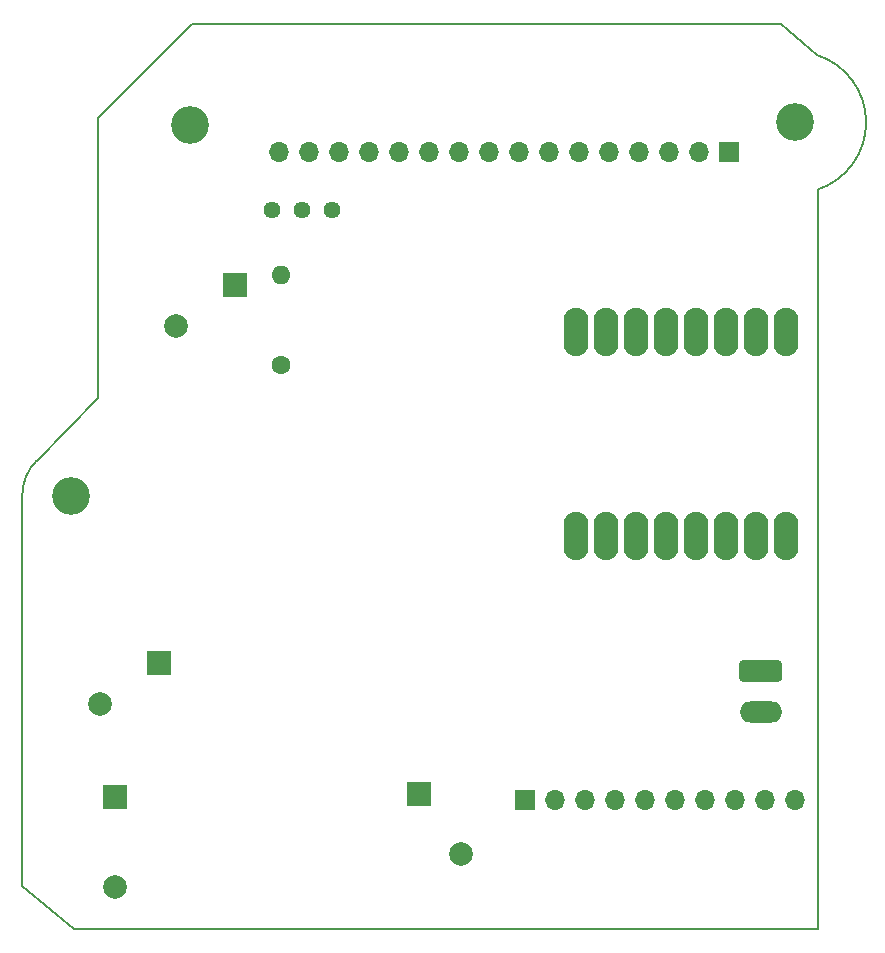
<source format=gbr>
G04 #@! TF.GenerationSoftware,KiCad,Pcbnew,8.0.8+1*
G04 #@! TF.ProjectId,airsoft_bomb_v2,61697273-6f66-4745-9f62-6f6d625f7632,rev?*
G04 #@! TF.SameCoordinates,Original*
G04 #@! TF.FileFunction,Soldermask,Top*
G04 #@! TF.FilePolarity,Negative*
%FSLAX46Y46*%
G04 Gerber Fmt 4.6, Leading zero omitted, Abs format (unit mm)*
%MOMM*%
%LPD*%
G01*
G04 APERTURE LIST*
G04 #@! TA.AperFunction,Profile*
%ADD10C,0.200000*%
G04 #@! TD*
%ADD11R,1.700000X1.700000*%
%ADD12O,1.700000X1.700000*%
%ADD13R,2.000000X2.000000*%
%ADD14C,2.000000*%
%ADD15C,3.200000*%
%ADD16C,1.600000*%
%ADD17O,1.600000X1.600000*%
%ADD18O,2.108200X4.108200*%
%ADD19C,1.440000*%
%ADD20O,3.600000X1.800000*%
G04 APERTURE END LIST*
D10*
X178890534Y-60866736D02*
X175878500Y-58216800D01*
X116027200Y-134823200D02*
X111607600Y-131216400D01*
X178890534Y-60866736D02*
G75*
G02*
X178943000Y-72262999I-1827134J-5706664D01*
G01*
X111607601Y-98145600D02*
G75*
G02*
X112827677Y-95200077I4165599J0D01*
G01*
X175878500Y-58216800D02*
X125984000Y-58216800D01*
X118059200Y-89916000D02*
X118061600Y-66240800D01*
X116027200Y-134823200D02*
X178943000Y-134874000D01*
X178943000Y-134874000D02*
X178943000Y-72263000D01*
X112827676Y-95200076D02*
X118059200Y-89916000D01*
X118061600Y-66240800D02*
X125984000Y-58216800D01*
X111607600Y-131216400D02*
X111607600Y-98145600D01*
D11*
X154140000Y-123975000D03*
D12*
X156680000Y-123975000D03*
X159220000Y-123975000D03*
X161760000Y-123975000D03*
X164300000Y-123975000D03*
X166840000Y-123975000D03*
X169380000Y-123975000D03*
X171920000Y-123975000D03*
X174460000Y-123975000D03*
X177000000Y-123975000D03*
D13*
X119481600Y-123708000D03*
D14*
X119481600Y-131308000D03*
D11*
X171470000Y-69075000D03*
D12*
X168930000Y-69075000D03*
X166390000Y-69075000D03*
X163850000Y-69075000D03*
X161310000Y-69075000D03*
X158770000Y-69075000D03*
X156230000Y-69075000D03*
X153690000Y-69075000D03*
X151150000Y-69075000D03*
X148610000Y-69075000D03*
X146070000Y-69075000D03*
X143530000Y-69075000D03*
X140990000Y-69075000D03*
X138450000Y-69075000D03*
X135910000Y-69075000D03*
X133370000Y-69075000D03*
D15*
X115773200Y-98196400D03*
D13*
X129604000Y-80301600D03*
D14*
X124604000Y-83801600D03*
D13*
X123211600Y-112324000D03*
D14*
X118211600Y-115824000D03*
D15*
X177063400Y-66573400D03*
D16*
X133553200Y-87122000D03*
D17*
X133553200Y-79502000D03*
D18*
X158490000Y-84344000D03*
X161030000Y-84344000D03*
X163570000Y-84344000D03*
X166110000Y-84344000D03*
X171190000Y-84344000D03*
X168650000Y-84344000D03*
X176270000Y-101584000D03*
X176270000Y-84344000D03*
X173730000Y-101584000D03*
X171190000Y-101584000D03*
X168650000Y-101584000D03*
X166110000Y-101584000D03*
X163570000Y-101584000D03*
X161030000Y-101584000D03*
X158490000Y-101584000D03*
X173730000Y-84344000D03*
D15*
X125831600Y-66751200D03*
D19*
X132732600Y-74015600D03*
X135272600Y-74015600D03*
X137812600Y-74015600D03*
D13*
X145224000Y-123473200D03*
D14*
X148724000Y-128473200D03*
G36*
G01*
X172567000Y-112130000D02*
X175667000Y-112130000D01*
G75*
G02*
X175917000Y-112380000I0J-250000D01*
G01*
X175917000Y-113680000D01*
G75*
G02*
X175667000Y-113930000I-250000J0D01*
G01*
X172567000Y-113930000D01*
G75*
G02*
X172317000Y-113680000I0J250000D01*
G01*
X172317000Y-112380000D01*
G75*
G02*
X172567000Y-112130000I250000J0D01*
G01*
G37*
D20*
X174117000Y-116530000D03*
M02*

</source>
